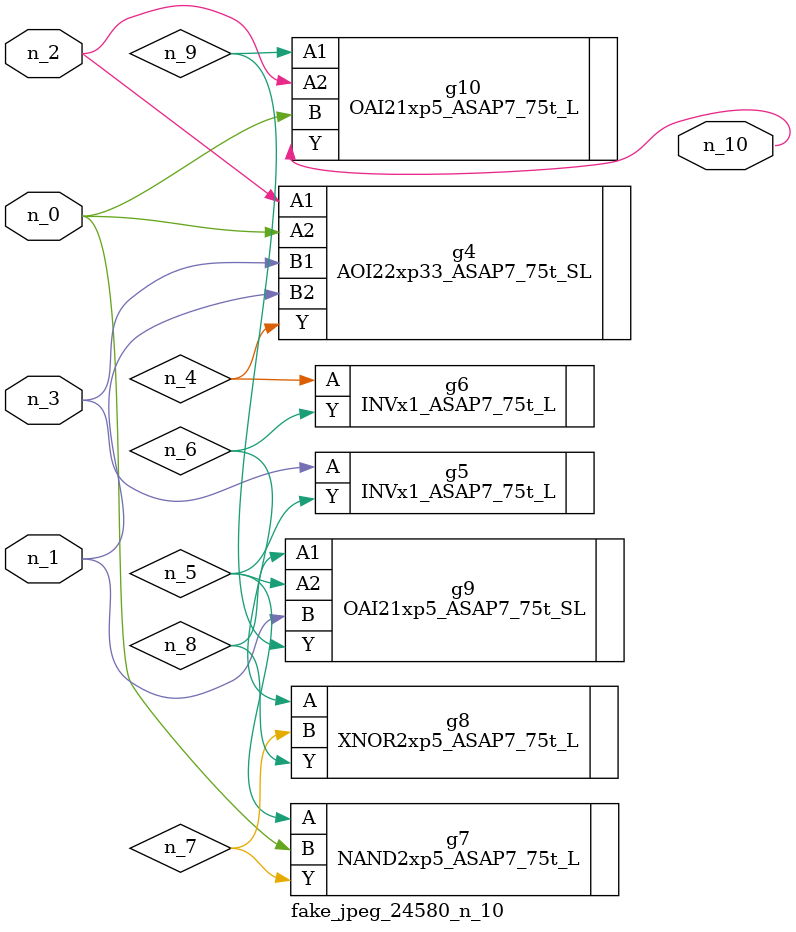
<source format=v>
module fake_jpeg_24580_n_10 (n_0, n_3, n_2, n_1, n_10);

input n_0;
input n_3;
input n_2;
input n_1;

output n_10;

wire n_4;
wire n_8;
wire n_9;
wire n_6;
wire n_5;
wire n_7;

AOI22xp33_ASAP7_75t_SL g4 ( 
.A1(n_2),
.A2(n_0),
.B1(n_3),
.B2(n_1),
.Y(n_4)
);

INVx1_ASAP7_75t_L g5 ( 
.A(n_3),
.Y(n_5)
);

INVx1_ASAP7_75t_L g6 ( 
.A(n_4),
.Y(n_6)
);

XNOR2xp5_ASAP7_75t_L g8 ( 
.A(n_6),
.B(n_7),
.Y(n_8)
);

NAND2xp5_ASAP7_75t_L g7 ( 
.A(n_5),
.B(n_0),
.Y(n_7)
);

OAI21xp5_ASAP7_75t_SL g9 ( 
.A1(n_8),
.A2(n_5),
.B(n_1),
.Y(n_9)
);

OAI21xp5_ASAP7_75t_L g10 ( 
.A1(n_9),
.A2(n_2),
.B(n_0),
.Y(n_10)
);


endmodule
</source>
